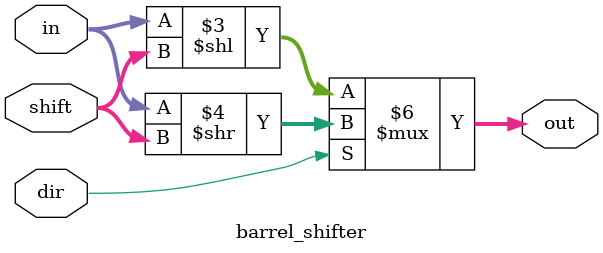
<source format=v>
module barrel_shifter (
    input [3:0] in,
    input [1:0] shift,
    input dir, // 0 = left, 1 = right
    output reg [3:0] out
);
    always @(*) begin
        if (dir == 0)
            out = in << shift;
        else
            out = in >> shift;
    end
endmodule

</source>
